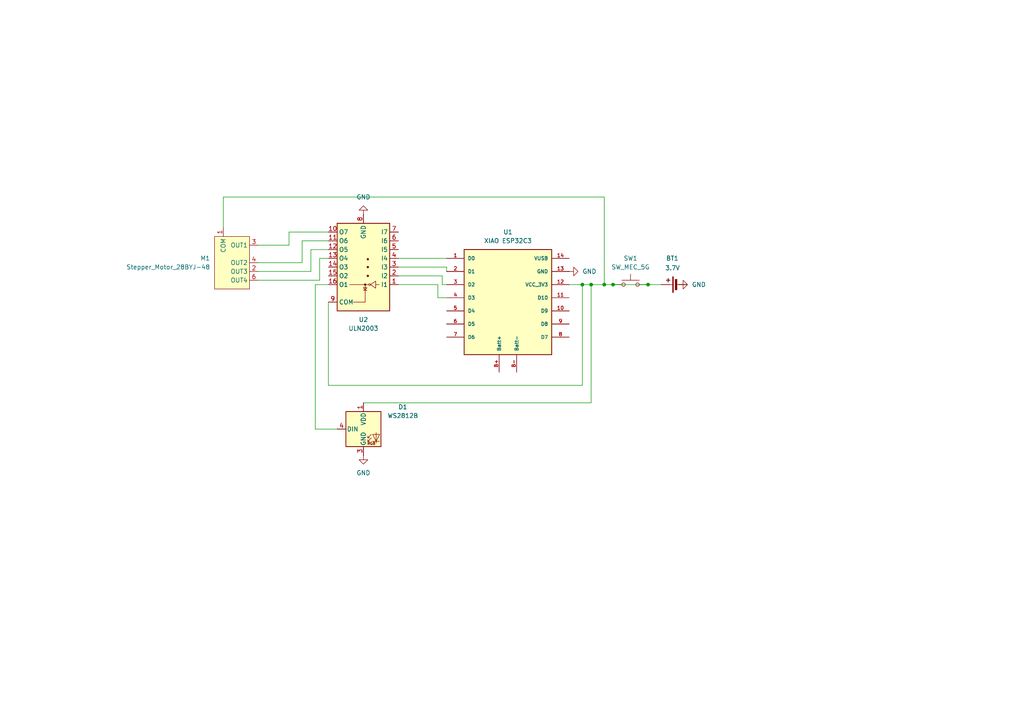
<source format=kicad_sch>
(kicad_sch (version 20250114) (generator "eeschema") (generator_version "9.0")
  (paper "A4")
  (title_block (title "Display Device") (date "2026/01/26"))
  (lib_symbols
    (symbol "Connector:Conn_ARM_SWD_TagConnect_TC2030" (in_bom no)
      (property "Reference" "M1" (at -6.35 1.2701 0))
      (property "Value" "Stepper_Motor_28BYJ-48" (at -6.35 -1.2699 0))
      (symbol "Conn_ARM_SWD_TagConnect_TC2030_0_1"
        (rectangle (start -5.08 7.62) (end 5.08 -7.62) (fill (type background)))
      )
      (symbol "Conn_ARM_SWD_TagConnect_TC2030_1_0"
        (pin power_in line (at -2.54 10.16 270) (length 2.54) (name "COM") (number "1"))
        (pin power_in line (at -2.54 -10.16 90) (length 2.54) (hide yes) (name "GND") (number "5"))
        (pin open_collector line (at 7.62 5.08 180) (length 2.54) (name "OUT1") (number "3"))
        (pin open_collector line (at 7.62 0 180) (length 2.54) (name "OUT2") (number "4"))
        (pin open_collector line (at 7.62 -2.54 180) (length 2.54) (name "OUT3") (number "2"))
        (pin input line (at 7.62 -5.08 180) (length 2.54) (name "OUT4") (number "6"))
      )
    )
    (symbol "Device:Battery_Cell" (pin_numbers (hide yes)) (pin_names (offset 0) (hide yes))
      (property "Reference" "BT" (at 2.54 2.54 0))
      (property "Value" "Battery_Cell" (at 2.54 0 0))
      (symbol "Battery_Cell_0_1"
        (rectangle (start -2.286 1.778) (end 2.286 1.524) (fill (type outline)))
        (rectangle (start -1.524 1.016) (end 1.524 0.508) (fill (type outline)))
        (polyline (pts (xy 0 1.778) (xy 0 2.54)))
        (polyline (pts (xy 0 0.762) (xy 0 0)))
        (polyline (pts (xy 0.762 3.048) (xy 1.778 3.048)) (stroke (width 0.254)))
        (polyline (pts (xy 1.27 3.556) (xy 1.27 2.54)) (stroke (width 0.254)))
      )
      (symbol "Battery_Cell_1_1"
        (pin passive line (at 0 5.08 270) (length 2.54) (name "+") (number "1"))
        (pin passive line (at 0 -2.54 90) (length 2.54) (name "-") (number "2"))
      )
    )
    (symbol "LED:WS2812B" (pin_names (offset 0.254))
      (property "Reference" "D1" (at 11.43 6.4202 0))
      (property "Value" "WS2812B" (at 11.43 3.8802 0))
      (symbol "WS2812B_0_0"
        (text "RGB" (at 2.286 -4.191 0) (effects (font (size 0.762 0.762))))
      )
      (symbol "WS2812B_0_1"
        (polyline (pts (xy 1.27 -2.54) (xy 1.778 -2.54)))
        (polyline (pts (xy 1.27 -3.556) (xy 1.778 -3.556)))
        (polyline (pts (xy 2.286 -1.524) (xy 1.27 -2.54) (xy 1.27 -2.032)))
        (polyline (pts (xy 2.286 -2.54) (xy 1.27 -3.556) (xy 1.27 -3.048)))
        (polyline (pts (xy 3.683 -1.016) (xy 3.683 -3.556) (xy 3.683 -4.064)))
        (polyline (pts (xy 4.699 -1.524) (xy 2.667 -1.524) (xy 3.683 -3.556) (xy 4.699 -1.524)))
        (polyline (pts (xy 4.699 -3.556) (xy 2.667 -3.556)))
        (rectangle (start 5.08 5.08) (end -5.08 -5.08) (stroke (width 0.254)) (fill (type background)))
      )
      (symbol "WS2812B_1_1"
        (pin input line (at -7.62 0 0) (length 2.54) (name "DIN") (number "4"))
        (pin power_in line (at 0 7.62 270) (length 2.54) (name "VDD") (number "1"))
        (pin power_in line (at 0 -7.62 90) (length 2.54) (name "GND") (number "3"))
        (pin output line (at 7.62 0 180) (length 2.54) (hide yes) (name "DOUT") (number "2"))
      )
    )
    (symbol "Switch:SW_MEC_5G" (pin_numbers (hide yes)) (pin_names (offset 1.016) (hide yes))
      (property "Reference" "SW" (at 1.27 2.54 0))
      (property "Value" "SW_MEC_5G" (at 0 -1.524 0))
      (symbol "SW_MEC_5G_0_1"
        (circle (center -2.032 0) (radius 0.508))
        (polyline (pts (xy 0 1.27) (xy 0 3.048)))
        (circle (center 2.032 0) (radius 0.508))
        (polyline (pts (xy 2.54 1.27) (xy -2.54 1.27)))
        (pin passive line (at -5.08 0 0) (length 2.54) (name "A") (number "1"))
        (pin passive line (at 5.08 0 180) (length 2.54) (name "B") (number "3"))
      )
      (symbol "SW_MEC_5G_1_1"
        (pin passive line (at -5.08 0 0) (length 2.54) (hide yes) (name "A") (number "2"))
        (pin passive line (at 5.08 0 180) (length 2.54) (hide yes) (name "B") (number "4"))
      )
    )
    (symbol "Transistor_Array:ULN2003"
      (property "Reference" "U" (at 0 15.875 0))
      (property "Value" "ULN2003" (at 0 13.97 0))
      (symbol "ULN2003_0_1"
        (rectangle (start -7.62 -12.7) (end 7.62 12.7) (stroke (width 0.254)) (fill (type background)))
        (polyline (pts (xy -4.572 5.08) (xy -3.556 5.08)))
        (polyline (pts (xy -3.556 6.096) (xy -3.556 4.064) (xy -2.032 5.08) (xy -3.556 6.096)))
        (circle (center -1.778 5.08) (radius 0.254))
        (polyline (pts (xy -1.524 5.08) (xy 4.064 5.08)))
        (circle (center -1.27 2.54) (radius 0.254) (fill (type outline)))
        (circle (center -1.27 0) (radius 0.254) (fill (type outline)))
        (circle (center -1.27 -2.286) (radius 0.254) (fill (type outline)))
        (circle (center -0.508 5.08) (radius 0.254) (fill (type outline)))
        (polyline (pts (xy -0.508 5.08) (xy -0.508 10.16) (xy 2.921 10.16)))
        (polyline (pts (xy 0 6.731) (xy -1.016 6.731)))
        (polyline (pts (xy 0 5.969) (xy -1.016 5.969) (xy -0.508 6.731) (xy 0 5.969)))
      )
      (symbol "ULN2003_1_1"
        (pin input line (at -10.16 5.08 0) (length 2.54) (name "I1") (number "1"))
        (pin input line (at -10.16 2.54 0) (length 2.54) (name "I2") (number "2"))
        (pin input line (at -10.16 0 0) (length 2.54) (name "I3") (number "3"))
        (pin input line (at -10.16 -2.54 0) (length 2.54) (name "I4") (number "4"))
        (pin input line (at -10.16 -5.08 0) (length 2.54) (name "I5") (number "5"))
        (pin input line (at -10.16 -7.62 0) (length 2.54) (name "I6") (number "6"))
        (pin input line (at -10.16 -10.16 0) (length 2.54) (name "I7") (number "7"))
        (pin power_in line (at 0 -15.24 90) (length 2.54) (name "GND") (number "8"))
        (pin passive line (at 10.16 10.16 180) (length 2.54) (name "COM") (number "9"))
        (pin open_collector line (at 10.16 5.08 180) (length 2.54) (name "O1") (number "16"))
        (pin open_collector line (at 10.16 2.54 180) (length 2.54) (name "O2") (number "15"))
        (pin open_collector line (at 10.16 0 180) (length 2.54) (name "O3") (number "14"))
        (pin open_collector line (at 10.16 -2.54 180) (length 2.54) (name "O4") (number "13"))
        (pin open_collector line (at 10.16 -5.08 180) (length 2.54) (name "O5") (number "12"))
        (pin open_collector line (at 10.16 -7.62 180) (length 2.54) (name "O6") (number "11"))
        (pin open_collector line (at 10.16 -10.16 180) (length 2.54) (name "O7") (number "10"))
      )
    )
    (symbol "power:GND" (power) (pin_numbers (hide yes)) (pin_names (offset 0) (hide yes))
      (property "Value" "GND" (at 0 -3.81 0))
      (symbol "GND_0_1"
        (polyline (pts (xy 0 0) (xy 0 -1.27) (xy 1.27 -1.27) (xy 0 -2.54) (xy -1.27 -1.27) (xy 0 -1.27)))
      )
      (symbol "GND_1_1"
        (pin power_in line (at 0 0 270) (length 0) (name "~") (number "1"))
      )
    )
    (symbol "xiao_esp32c3(1):XIAO ESP32C3" (pin_names (offset 1.016))
      (property "Reference" "U" (at -12.7 16.002 0))
      (property "Value" "XIAO ESP32C3" (at 7.62 -19.05 0))
      (symbol "XIAO ESP32C3_0_0"
        (rectangle (start -12.7 15.24) (end 12.7 -15.24) (stroke (width 0.254)) (fill (type background)))
        (pin bidirectional line (at -17.78 12.7 0) (length 5.08) (name "D0") (number "1"))
        (pin bidirectional line (at -17.78 8.89 0) (length 5.08) (name "D1") (number "2"))
        (pin bidirectional line (at -17.78 5.08 0) (length 5.08) (name "D2") (number "3"))
        (pin bidirectional line (at -17.78 1.27 0) (length 5.08) (name "D3") (number "4"))
        (pin bidirectional line (at -17.78 -2.54 0) (length 5.08) (name "D4") (number "5"))
        (pin bidirectional line (at -17.78 -6.35 0) (length 5.08) (name "D5") (number "6"))
        (pin power_in line (at 17.78 12.7 180) (length 5.08) (name "VUSB") (number "14"))
        (pin power_in line (at 17.78 8.89 180) (length 5.08) (name "GND") (number "13"))
        (pin power_in line (at 17.78 5.08 180) (length 5.08) (name "VCC_3V3") (number "12"))
        (pin bidirectional line (at 17.78 1.27 180) (length 5.08) (name "D10") (number "11"))
        (pin bidirectional line (at 17.78 -2.54 180) (length 5.08) (name "D9") (number "10"))
        (pin bidirectional line (at 17.78 -6.35 180) (length 5.08) (name "D8") (number "9"))
      )
      (symbol "XIAO ESP32C3_1_0"
        (pin bidirectional line (at -17.78 -10.16 0) (length 5.08) (name "D6") (number "7"))
        (pin power_in line (at -2.54 -20.32 90) (length 5.08) (name "Batt+") (number "B+"))
        (pin power_in line (at 2.54 -20.32 90) (length 5.08) (name "Batt-") (number "B-"))
        (pin bidirectional line (at 17.78 -10.16 180) (length 5.08) (name "D7") (number "8"))
      )
    )
  )
  (rectangle (start 70.485 80.645) (end 70.485 80.645))
  (rectangle (start 71.12 81.915) (end 71.12 81.915))
  (junction (at 177.8 82.55))
  (junction (at 187.96 82.55))
  (junction (at 175.26 82.55))
  (junction (at 171.45 82.55))
  (junction (at 168.91 82.55))
  (wire (pts (xy 90.17 72.39) (xy 90.17 78.74)))
  (wire (pts (xy 64.77 57.15) (xy 175.26 57.15)))
  (wire (pts (xy 87.63 76.2) (xy 87.63 69.85)))
  (wire (pts (xy 74.93 78.74) (xy 90.17 78.74)))
  (wire (pts (xy 64.77 66.04) (xy 64.77 57.15)))
  (wire (pts (xy 95.25 72.39) (xy 90.17 72.39)))
  (wire (pts (xy 115.57 80.01) (xy 128.27 80.01)))
  (wire (pts (xy 175.26 82.55) (xy 171.45 82.55)))
  (wire (pts (xy 87.63 69.85) (xy 95.25 69.85)))
  (wire (pts (xy 177.8 82.55) (xy 175.26 82.55)))
  (wire (pts (xy 74.93 81.28) (xy 92.71 81.28)))
  (wire (pts (xy 191.77 82.55) (xy 187.96 82.55)))
  (wire (pts (xy 95.25 111.76) (xy 168.91 111.76)))
  (wire (pts (xy 128.27 80.01) (xy 128.27 82.55)))
  (wire (pts (xy 199.39 82.55) (xy 196.85 82.55)))
  (wire (pts (xy 115.57 77.47) (xy 129.54 77.47)))
  (wire (pts (xy 92.71 81.28) (xy 92.71 74.93)))
  (wire (pts (xy 105.41 116.84) (xy 171.45 116.84)))
  (wire (pts (xy 129.54 77.47) (xy 129.54 78.74)))
  (wire (pts (xy 168.91 82.55) (xy 165.1 82.55)))
  (wire (pts (xy 91.44 82.55) (xy 95.25 82.55)))
  (wire (pts (xy 115.57 82.55) (xy 127 82.55)))
  (wire (pts (xy 74.93 71.12) (xy 83.82 71.12)))
  (wire (pts (xy 83.82 67.31) (xy 95.25 67.31)))
  (wire (pts (xy 95.25 87.63) (xy 95.25 111.76)))
  (wire (pts (xy 127 86.36) (xy 129.54 86.36)))
  (wire (pts (xy 168.91 111.76) (xy 168.91 82.55)))
  (wire (pts (xy 115.57 74.93) (xy 129.54 74.93)))
  (wire (pts (xy 128.27 82.55) (xy 129.54 82.55)))
  (wire (pts (xy 127 82.55) (xy 127 86.36)))
  (wire (pts (xy 97.79 124.46) (xy 91.44 124.46)))
  (wire (pts (xy 83.82 71.12) (xy 83.82 67.31)))
  (wire (pts (xy 171.45 82.55) (xy 168.91 82.55)))
  (wire (pts (xy 187.96 82.55) (xy 177.8 82.55)))
  (wire (pts (xy 171.45 82.55) (xy 171.45 116.84)))
  (wire (pts (xy 74.93 76.2) (xy 87.63 76.2)))
  (wire (pts (xy 91.44 124.46) (xy 91.44 82.55)))
  (wire (pts (xy 92.71 74.93) (xy 95.25 74.93)))
  (wire (pts (xy 175.26 57.15) (xy 175.26 82.55)))
  (symbol (lib_id "power:GND") (at 105.41 62.23 180) (unit 1)
    (property "Reference" "#PWR03" (effects (hide yes)))
    (property "Value" "GND" (at 105.41 57.15 0))
    (property "Description" "Power symbol creates a global label with name \"GND\" , ground" (effects (hide yes)))
  )
  (symbol (lib_id "xiao_esp32c3(1):XIAO ESP32C3") (at 147.32 87.63 0) (unit 1)
    (property "Reference" "U1" (at 147.32 67.31 0))
    (property "Value" "XIAO ESP32C3" (at 147.32 69.85 0))
    (property "Footprint" "XIAO_ESP32C3:xiao_esp32c3" (effects (hide yes)))
    (property "Datasheet" "https://files.seeedstudio.com/wiki/Seeed-Studio-XIAO-ESP32/esp32-c3_datasheet.pdf" (effects (hide yes)))
    (property "Description" "ESP32C3 Transceiver Evaluation Board" (effects (hide yes)))
    (property "MANUFACTURER" "Seeed Technology" (effects (hide yes)))
  )
  (symbol (lib_id "power:GND") (at 196.85 82.55 90) (unit 1)
    (property "Reference" "#PWR02" (effects (hide yes)))
    (property "Value" "GND" (at 200.66 82.5499 90) (effects (justify right)))
    (property "Description" "Power symbol creates a global label with name \"GND\" , ground" (effects (hide yes)))
  )
  (symbol (lib_id "Connector:Conn_ARM_SWD_TagConnect_TC2030") (at 67.31 76.2 0) (unit 1) (in_bom no)
    (property "Reference" "M1" (at 60.96 74.9299 0) (effects (justify right)))
    (property "Value" "Stepper_Motor_28BYJ-48" (at 60.96 77.4699 0) (effects (justify right)))
    (property "Footprint" "Connector:Tag-Connect_TC2030-IDC-FP_2x03_P1.27mm_Vertical" (effects (hide yes)))
    (property "Datasheet" "https://www.tag-connect.com/wp-content/uploads/bsk-pdf-manager/TC2030-CTX_1.pdf" (effects (hide yes)))
    (property "Description" "Tag-Connect ARM Cortex SWD JTAG connector, 6 pin" (effects (hide yes)))
  )
  (symbol (lib_id "Switch:SW_MEC_5G") (at 182.88 82.55 0) (unit 1)
    (property "Reference" "SW1" (at 182.88 74.93 0))
    (property "Value" "SW_MEC_5G" (at 182.88 77.47 0))
    (property "Datasheet" "http://www.apem.com/int/index.php?controller=attachment&id_attachment=488" (effects (hide yes)))
    (property "Description" "MEC 5G single pole normally-open tactile switch" (effects (hide yes)))
  )
  (symbol (lib_id "power:GND") (at 165.1 78.74 90) (unit 1)
    (property "Reference" "#PWR01" (effects (hide yes)))
    (property "Value" "GND" (at 168.91 78.7399 90) (effects (justify right)))
    (property "Description" "Power symbol creates a global label with name \"GND\" , ground" (effects (hide yes)))
  )
  (symbol (lib_id "power:GND") (at 105.41 132.08 0) (unit 1)
    (property "Reference" "#PWR04" (effects (hide yes)))
    (property "Value" "GND" (at 105.41 137.16 0))
    (property "Description" "Power symbol creates a global label with name \"GND\" , ground" (effects (hide yes)))
  )
  (symbol (lib_id "Transistor_Array:ULN2003") (at 105.41 77.47 180) (unit 1)
    (property "Reference" "U2" (at 105.41 92.71 0))
    (property "Value" "ULN2003" (at 105.41 95.25 0))
    (property "Datasheet" "http://www.ti.com/lit/ds/symlink/uln2003a.pdf" (effects (hide yes)))
    (property "Description" "High Voltage, High Current Darlington Transistor Arrays, SOIC16/SOIC16W/DIP16/TSSOP16" (effects (hide yes)))
  )
  (symbol (lib_id "LED:WS2812B") (at 105.41 124.46 0) (unit 1)
    (property "Reference" "D1" (at 116.84 118.0398 0))
    (property "Value" "WS2812B" (at 116.84 120.5798 0))
    (property "Footprint" "LED_SMD:LED_WS2812B_PLCC4_5.0x5.0mm_P3.2mm" (effects (hide yes)))
    (property "Datasheet" "https://cdn-shop.adafruit.com/datasheets/WS2812B.pdf" (effects (hide yes)))
    (property "Description" "RGB LED with integrated controller" (effects (hide yes)))
  )
  (symbol (lib_id "Device:Battery_Cell") (at 196.85 82.55 90) (unit 1)
    (property "Reference" "BT1" (at 195.0085 74.93 90))
    (property "Value" "3.7V" (at 195.072 77.724 90))
    (property "Description" "Single-cell battery" (effects (hide yes)))
  )
)
</source>
